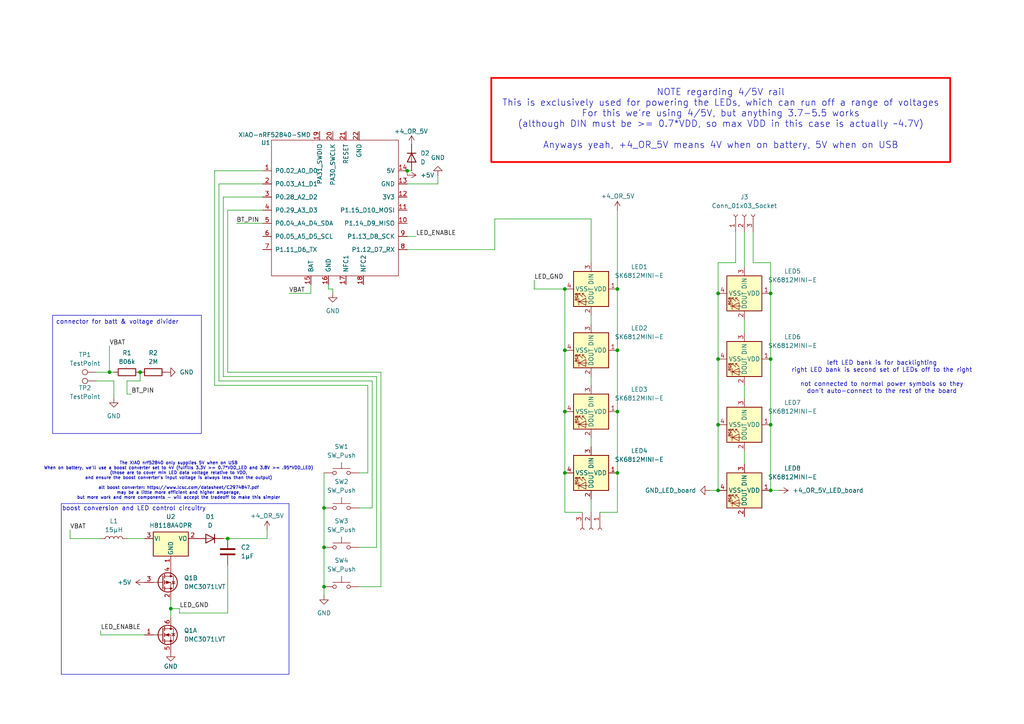
<source format=kicad_sch>
(kicad_sch (version 20250114) (generator "eeschema") (generator_version "9.0")
  (paper "A4")
  (lib_symbols
    (symbol "Connector:Conn_01x03_Socket" (pin_names (offset 1.016) (hide yes))
      (property "Reference" "J" (at 0 5.08 0))
      (property "Value" "Conn_01x03_Socket" (at 0 -5.08 0))
      (symbol "Conn_01x03_Socket_1_1"
        (polyline (pts (xy -1.27 2.54) (xy -0.508 2.54)) (stroke (width 0.1524)))
        (polyline (pts (xy -1.27 0) (xy -0.508 0)) (stroke (width 0.1524)))
        (polyline (pts (xy -1.27 -2.54) (xy -0.508 -2.54)) (stroke (width 0.1524)))
        (arc (start 0 2.032) (mid -0.5058 2.54) (end 0 3.048) (stroke (width 0.1524)))
        (arc (start 0 -0.508) (mid -0.5058 0) (end 0 0.508) (stroke (width 0.1524)))
        (arc (start 0 -3.048) (mid -0.5058 -2.54) (end 0 -2.032) (stroke (width 0.1524)))
        (pin passive line (at -5.08 2.54 0) (length 3.81) (name "Pin_1") (number "1"))
        (pin passive line (at -5.08 0 0) (length 3.81) (name "Pin_2") (number "2"))
        (pin passive line (at -5.08 -2.54 0) (length 3.81) (name "Pin_3") (number "3"))
      )
    )
    (symbol "Connector:TestPoint" (pin_numbers (hide yes)) (pin_names (offset 0.762) (hide yes))
      (property "Reference" "TP" (at 0 6.858 0))
      (property "Value" "TestPoint" (at 0 5.08 0))
      (symbol "TestPoint_0_1"
        (circle (center 0 3.302) (radius 0.762))
      )
      (symbol "TestPoint_1_1"
        (pin passive line (at 0 0 90) (length 2.54) (name "1") (number "1"))
      )
    )
    (symbol "Device:C" (pin_numbers (hide yes)) (pin_names (offset 0.254))
      (property "Reference" "C" (at 0.635 2.54 0))
      (property "Value" "C" (at 0.635 -2.54 0))
      (symbol "C_0_1"
        (polyline (pts (xy -2.032 0.762) (xy 2.032 0.762)) (stroke (width 0.508)))
        (polyline (pts (xy -2.032 -0.762) (xy 2.032 -0.762)) (stroke (width 0.508)))
      )
      (symbol "C_1_1"
        (pin passive line (at 0 3.81 270) (length 2.794) (name "~") (number "1"))
        (pin passive line (at 0 -3.81 90) (length 2.794) (name "~") (number "2"))
      )
    )
    (symbol "Device:D" (pin_numbers (hide yes)) (pin_names (offset 1.016) (hide yes))
      (property "Reference" "D" (at 0 2.54 0))
      (property "Value" "D" (at 0 -2.54 0))
      (symbol "D_0_1"
        (polyline (pts (xy -1.27 1.27) (xy -1.27 -1.27)) (stroke (width 0.254)))
        (polyline (pts (xy 1.27 1.27) (xy 1.27 -1.27) (xy -1.27 0) (xy 1.27 1.27)) (stroke (width 0.254)))
        (polyline (pts (xy 1.27 0) (xy -1.27 0)))
      )
      (symbol "D_1_1"
        (pin passive line (at -3.81 0 0) (length 2.54) (name "K") (number "1"))
        (pin passive line (at 3.81 0 180) (length 2.54) (name "A") (number "2"))
      )
    )
    (symbol "Device:L" (pin_numbers (hide yes)) (pin_names (offset 1.016) (hide yes))
      (property "Reference" "L" (at -1.27 0 90))
      (property "Value" "L" (at 1.905 0 90))
      (symbol "L_0_1"
        (arc (start 0 2.54) (mid 0.6323 1.905) (end 0 1.27))
        (arc (start 0 1.27) (mid 0.6323 0.635) (end 0 0))
        (arc (start 0 0) (mid 0.6323 -0.635) (end 0 -1.27))
        (arc (start 0 -1.27) (mid 0.6323 -1.905) (end 0 -2.54))
      )
      (symbol "L_1_1"
        (pin passive line (at 0 3.81 270) (length 1.27) (name "1") (number "1"))
        (pin passive line (at 0 -3.81 90) (length 1.27) (name "2") (number "2"))
      )
    )
    (symbol "Device:R" (pin_numbers (hide yes)) (pin_names (offset 0))
      (property "Reference" "R" (at 2.032 0 90))
      (property "Value" "R" (at 0 0 90))
      (symbol "R_0_1"
        (rectangle (start -1.016 -2.54) (end 1.016 2.54) (stroke (width 0.254)))
      )
      (symbol "R_1_1"
        (pin passive line (at 0 3.81 270) (length 1.27) (name "~") (number "1"))
        (pin passive line (at 0 -3.81 90) (length 1.27) (name "~") (number "2"))
      )
    )
    (symbol "OPL:XIAO-nRF52840-SMD" (pin_names (offset 1.016))
      (property "Reference" "U" (at -18.542 23.114 0))
      (property "Value" "XIAO-nRF52840-SMD" (at -8.636 21.336 0))
      (symbol "XIAO-nRF52840-SMD_0_1"
        (rectangle (start -19.05 20.32) (end 17.78 -19.05))
      )
      (symbol "XIAO-nRF52840-SMD_1_1"
        (pin passive line (at -21.59 11.43 0) (length 2.54) (name "P0.02_A0_D0") (number "1"))
        (pin passive line (at -21.59 7.62 0) (length 2.54) (name "P0.03_A1_D1") (number "2"))
        (pin passive line (at -21.59 3.81 0) (length 2.54) (name "P0.28_A2_D2") (number "3"))
        (pin passive line (at -21.59 0 0) (length 2.54) (name "P0.29_A3_D3") (number "4"))
        (pin passive line (at -21.59 -3.81 0) (length 2.54) (name "P0.04_A4_D4_SDA") (number "5"))
        (pin passive line (at -21.59 -7.62 0) (length 2.54) (name "P0.05_A5_D5_SCL") (number "6"))
        (pin passive line (at -21.59 -11.43 0) (length 2.54) (name "P1.11_D6_TX") (number "7"))
        (pin passive line (at -7.62 -21.59 90) (length 2.54) (name "BAT") (number "15"))
        (pin passive line (at -5.08 22.86 270) (length 2.54) (name "PA31_SWDIO") (number "19"))
        (pin passive line (at -2.54 -21.59 90) (length 2.54) (name "GND") (number "16"))
        (pin passive line (at -1.27 22.86 270) (length 2.54) (name "PA30_SWCLK") (number "20"))
        (pin passive line (at 2.54 22.86 270) (length 2.54) (name "RESET") (number "21"))
        (pin passive line (at 2.54 -21.59 90) (length 2.54) (name "NFC1") (number "17"))
        (pin passive line (at 6.35 22.86 270) (length 2.54) (name "GND") (number "22"))
        (pin passive line (at 7.62 -21.59 90) (length 2.54) (name "NFC2") (number "18"))
        (pin passive line (at 20.32 11.43 180) (length 2.54) (name "5V") (number "14"))
        (pin passive line (at 20.32 7.62 180) (length 2.54) (name "GND") (number "13"))
        (pin passive line (at 20.32 3.81 180) (length 2.54) (name "3V3") (number "12"))
        (pin passive line (at 20.32 0 180) (length 2.54) (name "P1.15_D10_MOSI") (number "11"))
        (pin passive line (at 20.32 -3.81 180) (length 2.54) (name "P1.14_D9_MISO") (number "10"))
        (pin passive line (at 20.32 -7.62 180) (length 2.54) (name "P1.13_D8_SCK") (number "9"))
        (pin passive line (at 20.32 -11.43 180) (length 2.54) (name "P1.12_D7_RX") (number "8"))
      )
    )
    (symbol "Switch:SW_Push" (pin_numbers (hide yes)) (pin_names (offset 1.016) (hide yes))
      (property "Reference" "SW" (at 1.27 2.54 0))
      (property "Value" "SW_Push" (at 0 -1.524 0))
      (symbol "SW_Push_0_1"
        (circle (center -2.032 0) (radius 0.508))
        (polyline (pts (xy 0 1.27) (xy 0 3.048)))
        (circle (center 2.032 0) (radius 0.508))
        (polyline (pts (xy 2.54 1.27) (xy -2.54 1.27)))
        (pin passive line (at -5.08 0 0) (length 2.54) (name "1") (number "1"))
        (pin passive line (at 5.08 0 180) (length 2.54) (name "2") (number "2"))
      )
    )
    (symbol "Transistor_FET:DMC3071LVT" (pin_names (hide yes))
      (property "Reference" "Q" (at 2.54 1.905 0))
      (property "Value" "DMC3071LVT" (at 2.54 0 0))
      (symbol "DMC3071LVT_0_1"
        (polyline (pts (xy -2.286 1.905) (xy -2.286 -1.905)) (stroke (width 0.254)))
        (polyline (pts (xy -2.286 0) (xy -5.08 0)))
        (polyline (pts (xy -1.778 2.286) (xy -1.778 1.27)) (stroke (width 0.254)))
        (polyline (pts (xy -1.778 0.508) (xy -1.778 -0.508)) (stroke (width 0.254)))
        (polyline (pts (xy -1.778 -1.27) (xy -1.778 -2.286)) (stroke (width 0.254)))
        (polyline (pts (xy -1.778 -1.778) (xy 0.762 -1.778) (xy 0.762 1.778) (xy -1.778 1.778)))
        (circle (center -0.889 0) (radius 2.794) (stroke (width 0.254)))
        (polyline (pts (xy 0 2.54) (xy 0 1.778)))
        (circle (center 0 1.778) (radius 0.254) (fill (type outline)))
        (circle (center 0 -1.778) (radius 0.254) (fill (type outline)))
        (polyline (pts (xy 0 -2.54) (xy 0 0) (xy -1.778 0)))
      )
      (symbol "DMC3071LVT_1_1"
        (polyline (pts (xy -1.524 0) (xy -0.508 0.381) (xy -0.508 -0.381) (xy -1.524 0)) (fill (type outline)))
        (polyline (pts (xy 0.254 0.508) (xy 0.381 0.381) (xy 1.143 0.381) (xy 1.27 0.254)))
        (polyline (pts (xy 0.762 0.381) (xy 0.381 -0.254) (xy 1.143 -0.254) (xy 0.762 0.381)))
        (pin passive line (at -7.62 0 0) (length 2.54) (name "G") (number "1"))
        (pin passive line (at 0 5.08 270) (length 2.54) (name "D") (number "6"))
        (pin passive line (at 0 -5.08 90) (length 2.54) (name "S") (number "5"))
      )
      (symbol "DMC3071LVT_2_1"
        (polyline (pts (xy -0.254 0) (xy -1.27 0.381) (xy -1.27 -0.381) (xy -0.254 0)) (fill (type outline)))
        (polyline (pts (xy 0.254 -0.508) (xy 0.381 -0.381) (xy 1.143 -0.381) (xy 1.27 -0.254)))
        (polyline (pts (xy 0.762 -0.381) (xy 0.381 0.254) (xy 1.143 0.254) (xy 0.762 -0.381)))
        (pin passive line (at -7.62 0 0) (length 2.54) (name "G") (number "3"))
        (pin passive line (at 0 5.08 270) (length 2.54) (name "D") (number "4"))
        (pin passive line (at 0 -5.08 90) (length 2.54) (name "S") (number "2"))
      )
    )
    (symbol "guilty-pad-gay:QX2303L40E" (pin_names (offset 0.254))
      (property "Reference" "U" (at -3.81 3.175 0))
      (property "Value" "QX2303L40E" (at 0 3.175 0))
      (symbol "QX2303L40E_0_1"
        (rectangle (start -5.08 1.905) (end 5.08 -5.08) (stroke (width 0.254)) (fill (type background)))
      )
      (symbol "QX2303L40E_1_1"
        (pin power_in line (at -7.62 0 0) (length 2.54) (name "VI") (number "3"))
        (pin input line (at 0 -7.62 90) (length 2.54) (name "GND") (number "1"))
        (pin power_out line (at 7.62 0 180) (length 2.54) (name "VO") (number "2"))
      )
    )
    (symbol "marbastlib-various:SK6812MINI-E"
      (property "Reference" "LED" (at 2.54 6.35 0))
      (property "Value" "SK6812MINI-E" (at 7.62 -6.35 0))
      (symbol "SK6812MINI-E_0_0"
        (text "RGB" (at 2.286 -4.191 0) (effects (font (size 0.762 0.762))))
      )
      (symbol "SK6812MINI-E_0_1"
        (polyline (pts (xy 1.27 -2.54) (xy 1.778 -2.54)))
        (polyline (pts (xy 1.27 -3.556) (xy 1.778 -3.556)))
        (polyline (pts (xy 2.286 -1.524) (xy 1.27 -2.54) (xy 1.27 -2.032)))
        (polyline (pts (xy 2.286 -2.54) (xy 1.27 -3.556) (xy 1.27 -3.048)))
        (polyline (pts (xy 3.683 -1.016) (xy 3.683 -3.556) (xy 3.683 -4.064)))
        (polyline (pts (xy 4.699 -1.524) (xy 2.667 -1.524) (xy 3.683 -3.556) (xy 4.699 -1.524)))
        (polyline (pts (xy 4.699 -3.556) (xy 2.667 -3.556)))
        (rectangle (start 5.08 5.08) (end -5.08 -5.08) (stroke (width 0.254)) (fill (type background)))
      )
      (symbol "SK6812MINI-E_1_1"
        (pin input line (at -7.62 0 0) (length 2.54) (name "DIN") (number "3"))
        (pin power_in line (at 0 7.62 270) (length 2.54) (name "VDD") (number "1"))
        (pin power_in line (at 0 -7.62 90) (length 2.54) (name "VSS") (number "4"))
        (pin output line (at 7.62 0 180) (length 2.54) (name "DOUT") (number "2"))
      )
    )
    (symbol "power:+5V" (power) (pin_numbers (hide yes)) (pin_names (offset 0) (hide yes))
      (property "Value" "+5V" (at 0 3.556 0))
      (symbol "+5V_0_1"
        (polyline (pts (xy -0.762 1.27) (xy 0 2.54)))
        (polyline (pts (xy 0 2.54) (xy 0.762 1.27)))
        (polyline (pts (xy 0 0) (xy 0 2.54)))
      )
      (symbol "+5V_1_1"
        (pin power_in line (at 0 0 90) (length 0) (name "~") (number "1"))
      )
    )
    (symbol "power:GND" (power) (pin_numbers (hide yes)) (pin_names (offset 0) (hide yes))
      (property "Value" "GND" (at 0 -3.81 0))
      (symbol "GND_0_1"
        (polyline (pts (xy 0 0) (xy 0 -1.27) (xy 1.27 -1.27) (xy 0 -2.54) (xy -1.27 -1.27) (xy 0 -1.27)))
      )
      (symbol "GND_1_1"
        (pin power_in line (at 0 0 270) (length 0) (name "~") (number "1"))
      )
    )
  )
  (rectangle (start 142.494 22.606) (end 275.59 46.99) (stroke (width 0.508) (color 255 0 0 1)))
  (rectangle (start 17.78 146.05) (end 83.82 195.58))
  (rectangle (start 15.24 91.44) (end 58.42 125.73))
  (text "left LED bank is for backlighting\nright LED bank is second set of LEDs off to the right\n\nnot connected to normal power symbols so they\ndon't auto-connect to the rest of the board" (at 255.778 109.474 0) (effects (font (size 1.27 1.27))))
  (text "NOTE regarding 4/5V rail\nThis is exclusively used for powering the LEDs, which can run off a range of voltages\nFor this we're using 4/5V, but anything 3.7-5.5 works\n(although DIN must be >= 0.7*VDD, so max VDD in this case is actually ~4.7V)\n\nAnyways yeah, +4_OR_5V means 4V when on battery, 5V when on USB" (at 209.042 34.544 0) (effects (font (size 1.905 1.905))))
  (text "boost conversion and LED control circuitry" (at 38.862 147.574 0) (effects (font (size 1.27 1.27))))
  (text "connector for batt & voltage divider" (at 34.036 93.472 0) (effects (font (size 1.27 1.27))))
  (text "The XIAO nrf52840 only supplies 5V when on USB\nWhen on battery, we'll use a boost converter set to 4V (fulfills 3.3V >= 0.7*VDD_LED and 3.8V >= .95*VDD_LED)\n(those are to cover min LED data voltage relative to VDD,\nand ensure the boost converter's input voltage is always less than the output)\n\nalt boost converter: https://www.lcsc.com/datasheet/C2974847.pdf\nmay be a little more efficient and higher amperage,\nbut more work and more components - will accept the tradeoff to make this simpler" (at 51.816 139.446 0) (effects (font (size 0.889 0.889))))
  (junction (at 118.11 49.53))
  (junction (at 179.07 83.82))
  (junction (at 49.53 176.53))
  (junction (at 223.52 104.14))
  (junction (at 223.52 85.09))
  (junction (at 31.75 107.95))
  (junction (at 93.98 170.18))
  (junction (at 223.52 142.24))
  (junction (at 208.28 85.09))
  (junction (at 163.83 101.6))
  (junction (at 163.83 137.16))
  (junction (at 93.98 158.75))
  (junction (at 179.07 101.6))
  (junction (at 163.83 83.82))
  (junction (at 208.28 142.24))
  (junction (at 208.28 104.14))
  (junction (at 208.28 123.19))
  (junction (at 93.98 147.32))
  (junction (at 40.64 107.95))
  (junction (at 223.52 123.19))
  (junction (at 179.07 119.38))
  (junction (at 163.83 119.38))
  (junction (at 179.07 137.16))
  (junction (at 66.04 156.21))
  (wire (pts (xy 215.9 67.31) (xy 215.9 77.47)))
  (wire (pts (xy 208.28 76.2) (xy 208.28 85.09)))
  (wire (pts (xy 223.52 76.2) (xy 223.52 85.09)))
  (wire (pts (xy 36.83 156.21) (xy 41.91 156.21)))
  (wire (pts (xy 106.68 137.16) (xy 104.14 137.16)))
  (wire (pts (xy 93.98 137.16) (xy 93.98 147.32)))
  (wire (pts (xy 33.02 110.49) (xy 27.94 110.49)))
  (wire (pts (xy 179.07 101.6) (xy 179.07 119.38)))
  (wire (pts (xy 208.28 123.19) (xy 208.28 142.24)))
  (wire (pts (xy 33.02 110.49) (xy 33.02 115.57)))
  (wire (pts (xy 118.11 49.53) (xy 118.11 50.8)))
  (wire (pts (xy 31.75 100.33) (xy 31.75 107.95)))
  (wire (pts (xy 208.28 104.14) (xy 208.28 123.19)))
  (wire (pts (xy 223.52 142.24) (xy 226.06 142.24)))
  (wire (pts (xy 90.17 85.09) (xy 90.17 82.55)))
  (wire (pts (xy 76.2 49.53) (xy 62.23 49.53)))
  (wire (pts (xy 64.77 57.15) (xy 76.2 57.15)))
  (wire (pts (xy 64.77 156.21) (xy 66.04 156.21)))
  (wire (pts (xy 118.11 49.53) (xy 119.38 49.53)))
  (wire (pts (xy 96.52 83.82) (xy 96.52 85.09)))
  (wire (pts (xy 93.98 158.75) (xy 93.98 170.18)))
  (wire (pts (xy 36.83 114.3) (xy 38.1 114.3)))
  (wire (pts (xy 223.52 104.14) (xy 223.52 123.19)))
  (wire (pts (xy 179.07 148.59) (xy 173.99 148.59)))
  (wire (pts (xy 215.9 92.71) (xy 215.9 96.52)))
  (wire (pts (xy 63.5 110.49) (xy 63.5 53.34)))
  (wire (pts (xy 52.07 176.53) (xy 49.53 176.53)))
  (wire (pts (xy 49.53 176.53) (xy 49.53 179.07)))
  (wire (pts (xy 33.02 107.95) (xy 31.75 107.95)))
  (wire (pts (xy 104.14 170.18) (xy 110.49 170.18)))
  (wire (pts (xy 104.14 147.32) (xy 107.95 147.32)))
  (wire (pts (xy 223.52 123.19) (xy 223.52 142.24)))
  (wire (pts (xy 109.22 109.22) (xy 64.77 109.22)))
  (wire (pts (xy 218.44 76.2) (xy 223.52 76.2)))
  (wire (pts (xy 77.47 156.21) (xy 77.47 153.67)))
  (wire (pts (xy 66.04 107.95) (xy 66.04 60.96)))
  (wire (pts (xy 171.45 111.76) (xy 171.45 109.22)))
  (wire (pts (xy 20.32 153.67) (xy 20.32 156.21)))
  (wire (pts (xy 40.64 110.49) (xy 36.83 110.49)))
  (wire (pts (xy 118.11 53.34) (xy 127 53.34)))
  (wire (pts (xy 213.36 67.31) (xy 213.36 76.2)))
  (wire (pts (xy 171.45 63.5) (xy 171.45 76.2)))
  (wire (pts (xy 29.21 182.88) (xy 29.21 184.15)))
  (wire (pts (xy 205.74 142.24) (xy 208.28 142.24)))
  (wire (pts (xy 83.82 85.09) (xy 90.17 85.09)))
  (wire (pts (xy 223.52 85.09) (xy 223.52 104.14)))
  (wire (pts (xy 106.68 111.76) (xy 106.68 137.16)))
  (wire (pts (xy 171.45 91.44) (xy 171.45 93.98)))
  (wire (pts (xy 66.04 156.21) (xy 77.47 156.21)))
  (wire (pts (xy 179.07 60.96) (xy 179.07 83.82)))
  (wire (pts (xy 163.83 119.38) (xy 163.83 137.16)))
  (wire (pts (xy 215.9 111.76) (xy 215.9 115.57)))
  (wire (pts (xy 154.94 83.82) (xy 154.94 81.28)))
  (wire (pts (xy 171.45 63.5) (xy 143.51 63.5)))
  (wire (pts (xy 109.22 158.75) (xy 109.22 109.22)))
  (wire (pts (xy 213.36 76.2) (xy 208.28 76.2)))
  (wire (pts (xy 163.83 83.82) (xy 163.83 101.6)))
  (wire (pts (xy 218.44 67.31) (xy 218.44 76.2)))
  (wire (pts (xy 29.21 184.15) (xy 41.91 184.15)))
  (wire (pts (xy 62.23 49.53) (xy 62.23 111.76)))
  (wire (pts (xy 36.83 110.49) (xy 36.83 114.3)))
  (wire (pts (xy 40.64 107.95) (xy 40.64 110.49)))
  (wire (pts (xy 95.25 82.55) (xy 95.25 83.82)))
  (wire (pts (xy 163.83 137.16) (xy 163.83 148.59)))
  (wire (pts (xy 171.45 129.54) (xy 171.45 127)))
  (wire (pts (xy 66.04 60.96) (xy 76.2 60.96)))
  (wire (pts (xy 20.32 156.21) (xy 29.21 156.21)))
  (wire (pts (xy 49.53 173.99) (xy 49.53 176.53)))
  (wire (pts (xy 110.49 170.18) (xy 110.49 107.95)))
  (wire (pts (xy 110.49 107.95) (xy 66.04 107.95)))
  (wire (pts (xy 107.95 110.49) (xy 63.5 110.49)))
  (wire (pts (xy 93.98 147.32) (xy 93.98 158.75)))
  (wire (pts (xy 118.11 68.58) (xy 120.65 68.58)))
  (wire (pts (xy 163.83 101.6) (xy 163.83 119.38)))
  (wire (pts (xy 163.83 83.82) (xy 154.94 83.82)))
  (wire (pts (xy 66.04 177.8) (xy 66.04 163.83)))
  (wire (pts (xy 143.51 63.5) (xy 143.51 72.39)))
  (wire (pts (xy 31.75 107.95) (xy 27.94 107.95)))
  (wire (pts (xy 52.07 176.53) (xy 52.07 177.8)))
  (wire (pts (xy 143.51 72.39) (xy 118.11 72.39)))
  (wire (pts (xy 215.9 130.81) (xy 215.9 134.62)))
  (wire (pts (xy 107.95 147.32) (xy 107.95 110.49)))
  (wire (pts (xy 93.98 170.18) (xy 93.98 172.72)))
  (wire (pts (xy 163.83 148.59) (xy 168.91 148.59)))
  (wire (pts (xy 64.77 109.22) (xy 64.77 57.15)))
  (wire (pts (xy 179.07 83.82) (xy 179.07 101.6)))
  (wire (pts (xy 208.28 85.09) (xy 208.28 104.14)))
  (wire (pts (xy 179.07 119.38) (xy 179.07 137.16)))
  (wire (pts (xy 171.45 144.78) (xy 171.45 148.59)))
  (wire (pts (xy 68.58 64.77) (xy 76.2 64.77)))
  (wire (pts (xy 52.07 177.8) (xy 66.04 177.8)))
  (wire (pts (xy 95.25 83.82) (xy 96.52 83.82)))
  (wire (pts (xy 104.14 158.75) (xy 109.22 158.75)))
  (wire (pts (xy 127 53.34) (xy 127 50.8)))
  (wire (pts (xy 63.5 53.34) (xy 76.2 53.34)))
  (wire (pts (xy 179.07 137.16) (xy 179.07 148.59)))
  (wire (pts (xy 62.23 111.76) (xy 106.68 111.76)))
  (label "BT_PIN" (at 38.1 114.3 0))
  (label "LED_GND" (at 154.94 81.28 0))
  (label "VBAT" (at 83.82 85.09 0))
  (label "VBAT" (at 20.32 153.67 0))
  (label "LED_ENABLE" (at 120.65 68.58 0))
  (label "LED_GND" (at 52.07 176.53 0))
  (label "LED_ENABLE" (at 29.21 182.88 0))
  (label "VBAT" (at 31.75 100.33 0))
  (label "BT_PIN" (at 68.58 64.77 0))
  (symbol (lib_id "power:GND") (at 96.52 85.09 0) (unit 1)
    (property "Reference" "#PWR06" (effects (hide yes)))
    (property "Value" "GND" (at 96.52 90.17 0))
    (property "Description" "Power symbol creates a global label with name \"GND\" , ground" (effects (hide yes)))
  )
  (symbol (lib_id "Connector:Conn_01x03_Socket") (at 171.45 153.67 270) (unit 1)
    (property "Reference" "J2" (effects (hide yes)))
    (property "Value" "Conn_01x03_Socket" (effects (hide yes)))
    (property "Footprint" "Connector_PinHeader_2.54mm:PinHeader_1x03_P2.54mm_Vertical" (effects (hide yes)))
    (property "Description" "Generic connector, single row, 01x03, script generated" (effects (hide yes)))
  )
  (symbol (lib_id "power:+5V") (at 118.11 50.8 270) (unit 1)
    (property "Reference" "#PWR011" (effects (hide yes)))
    (property "Value" "+5V" (at 121.92 50.7999 90) (effects (justify left)))
    (property "Description" "Power symbol creates a global label with name \"+5V\"" (effects (hide yes)))
  )
  (symbol (lib_id "Switch:SW_Push") (at 99.06 147.32 0) (unit 1)
    (property "Reference" "SW2" (at 99.06 139.7 0))
    (property "Value" "SW_Push" (at 99.06 142.24 0))
    (property "Footprint" "Button_Switch_Keyboard:SW_Cherry_MX_1.00u_PCB" (effects (hide yes)))
    (property "Description" "Push button switch, generic, two pins" (effects (hide yes)))
  )
  (symbol (lib_id "Connector:Conn_01x03_Socket") (at 215.9 62.23 90) (unit 1)
    (property "Reference" "J3" (at 215.9 57.15 90))
    (property "Value" "Conn_01x03_Socket" (at 215.9 59.69 90))
    (property "Footprint" "Connector_PinHeader_2.54mm:PinHeader_1x03_P2.54mm_Vertical" (effects (hide yes)))
    (property "Description" "Generic connector, single row, 01x03, script generated" (effects (hide yes)))
  )
  (symbol (lib_id "power:GND") (at 205.74 142.24 270) (unit 1)
    (property "Reference" "#PWR02" (effects (hide yes)))
    (property "Value" "GND_LED_board" (at 201.93 142.2399 90) (effects (justify right)))
    (property "Description" "Power symbol creates a global label with name \"GND\" , ground" (effects (hide yes)))
  )
  (symbol (lib_id "Device:D") (at 60.96 156.21 180) (unit 1)
    (property "Reference" "D1" (at 60.96 149.86 0))
    (property "Value" "D" (at 60.96 152.4 0))
    (property "Footprint" "Diode_SMD:D_SOD-123" (effects (hide yes)))
    (property "Description" "Diode" (effects (hide yes)))
    (property "Sim.Device" "D" (effects (hide yes)))
    (property "Sim.Pins" "1=K 2=A" (effects (hide yes)))
  )
  (symbol (lib_id "guilty-pad-gay:QX2303L40E") (at 49.53 156.21 0) (unit 1)
    (property "Reference" "U2" (at 49.53 149.86 0))
    (property "Value" "H8118A40PR" (at 49.53 152.4 0))
    (property "Footprint" "Package_TO_SOT_SMD:SOT-89-3_Handsoldering" (effects (hide yes)))
    (property "Datasheet" "https://www.lcsc.com/datasheet/C219026.pdf" (effects (hide yes)))
    (property "Description" "400mA 4V (0.7-4V) Boost Converter/Switching Regulator, SOT-89" (effects (hide yes)))
  )
  (symbol (lib_id "marbastlib-various:SK6812MINI-E") (at 171.45 101.6 270) (unit 1)
    (property "Reference" "LED2" (at 185.42 95.1798 90))
    (property "Value" "SK6812MINI-E" (at 185.42 97.7198 90))
    (property "Footprint" "marbastlib-various:LED_6028R" (effects (hide yes)))
    (property "Description" "Reverse mount adressable LED (WS2812 protocol)" (effects (hide yes)))
  )
  (symbol (lib_id "Switch:SW_Push") (at 99.06 158.75 0) (unit 1)
    (property "Reference" "SW3" (at 99.06 151.13 0))
    (property "Value" "SW_Push" (at 99.06 153.67 0))
    (property "Footprint" "Button_Switch_Keyboard:SW_Cherry_MX_1.00u_PCB" (effects (hide yes)))
    (property "Description" "Push button switch, generic, two pins" (effects (hide yes)))
  )
  (symbol (lib_id "Device:D") (at 119.38 45.72 270) (unit 1)
    (property "Reference" "D2" (at 121.92 44.4499 90) (effects (justify left)))
    (property "Value" "D" (at 121.92 46.9899 90) (effects (justify left)))
    (property "Footprint" "Diode_SMD:D_SOD-123" (effects (hide yes)))
    (property "Description" "Diode" (effects (hide yes)))
    (property "Sim.Device" "D" (effects (hide yes)))
    (property "Sim.Pins" "1=K 2=A" (effects (hide yes)))
  )
  (symbol (lib_id "marbastlib-various:SK6812MINI-E") (at 171.45 137.16 270) (unit 1)
    (property "Reference" "LED4" (at 185.42 130.7398 90))
    (property "Value" "SK6812MINI-E" (at 185.42 133.2798 90))
    (property "Footprint" "marbastlib-various:LED_6028R" (effects (hide yes)))
    (property "Description" "Reverse mount adressable LED (WS2812 protocol)" (effects (hide yes)))
  )
  (symbol (lib_id "Device:R") (at 44.45 107.95 90) (unit 1)
    (property "Reference" "R2" (at 44.45 102.362 90))
    (property "Value" "2M" (at 44.45 104.902 90))
    (property "Footprint" "Resistor_SMD:R_0402_1005Metric_Pad0.72x0.64mm_HandSolder" (effects (hide yes)))
    (property "Description" "Resistor" (effects (hide yes)))
  )
  (symbol (lib_id "marbastlib-various:SK6812MINI-E") (at 171.45 83.82 270) (unit 1)
    (property "Reference" "LED1" (at 185.42 77.3998 90))
    (property "Value" "SK6812MINI-E" (at 185.42 79.9398 90))
    (property "Footprint" "marbastlib-various:LED_6028R" (effects (hide yes)))
    (property "Description" "Reverse mount adressable LED (WS2812 protocol)" (effects (hide yes)))
  )
  (symbol (lib_id "power:+5V") (at 119.38 41.91 0) (unit 1)
    (property "Reference" "#PWR04" (effects (hide yes)))
    (property "Value" "+4_OR_5V" (at 114.3 38.1 0) (effects (justify left)))
    (property "Description" "Power symbol creates a global label with name \"+5V\"" (effects (hide yes)))
  )
  (symbol (lib_id "marbastlib-various:SK6812MINI-E") (at 215.9 142.24 270) (unit 1)
    (property "Reference" "LED8" (at 229.87 135.8198 90))
    (property "Value" "SK6812MINI-E" (at 229.87 138.3598 90))
    (property "Footprint" "marbastlib-various:LED_6028R" (effects (hide yes)))
    (property "Description" "Reverse mount adressable LED (WS2812 protocol)" (effects (hide yes)))
  )
  (symbol (lib_id "OPL:XIAO-nRF52840-SMD") (at 97.79 60.96 0) (unit 1)
    (property "Reference" "U1" (at 75.692 41.402 0) (effects (justify left)))
    (property "Value" "XIAO-nRF52840-SMD" (at 69.088 39.116 0) (effects (justify left)))
    (property "Footprint" "OPL:XIAO-nRF52840-SMD" (effects (hide yes)))
  )
  (symbol (lib_id "marbastlib-various:SK6812MINI-E") (at 215.9 123.19 270) (unit 1)
    (property "Reference" "LED7" (at 229.87 116.7698 90))
    (property "Value" "SK6812MINI-E" (at 229.87 119.3098 90))
    (property "Footprint" "marbastlib-various:LED_6028R" (effects (hide yes)))
    (property "Description" "Reverse mount adressable LED (WS2812 protocol)" (effects (hide yes)))
  )
  (symbol (lib_id "power:GND") (at 33.02 115.57 0) (unit 1)
    (property "Reference" "#PWR09" (effects (hide yes)))
    (property "Value" "GND" (at 33.02 120.65 0))
    (property "Description" "Power symbol creates a global label with name \"GND\" , ground" (effects (hide yes)))
  )
  (symbol (lib_id "power:+5V") (at 179.07 60.96 0) (unit 1)
    (property "Reference" "#PWR010" (effects (hide yes)))
    (property "Value" "+4_OR_5V" (at 174.244 56.896 0) (effects (justify left)))
    (property "Description" "Power symbol creates a global label with name \"+5V\"" (effects (hide yes)))
  )
  (symbol (lib_id "Transistor_FET:DMC3071LVT") (at 49.53 168.91 0) (unit 2)
    (property "Reference" "Q1" (at 53.34 167.6399 0) (effects (justify left)))
    (property "Value" "DMC3071LVT" (at 53.34 170.1799 0) (effects (justify left)))
    (property "Footprint" "Package_TO_SOT_SMD:TSOT-23-6_HandSoldering" (effects (hide yes)))
    (property "Datasheet" "https://www.diodes.com/assets/Datasheets/DMC3071LVT.pdf" (effects (hide yes)))
    (property "Description" "3.4A/-2.7A Id, 30V Vds, Complementary pair enhancement mode P-Channel and N-Channel MOSFET, TSOT-23-6" (effects (hide yes)))
  )
  (symbol (lib_id "Switch:SW_Push") (at 99.06 137.16 0) (unit 1)
    (property "Reference" "SW1" (at 99.06 129.54 0))
    (property "Value" "SW_Push" (at 99.06 132.08 0))
    (property "Footprint" "Button_Switch_Keyboard:SW_Cherry_MX_1.00u_PCB" (effects (hide yes)))
    (property "Description" "Push button switch, generic, two pins" (effects (hide yes)))
  )
  (symbol (lib_id "power:GND") (at 49.53 189.23 0) (unit 1)
    (property "Reference" "#PWR08" (effects (hide yes)))
    (property "Value" "GND" (at 49.53 193.294 0))
    (property "Description" "Power symbol creates a global label with name \"GND\" , ground" (effects (hide yes)))
  )
  (symbol (lib_id "power:GND") (at 127 50.8 180) (unit 1)
    (property "Reference" "#PWR05" (effects (hide yes)))
    (property "Value" "GND" (at 127 45.72 0))
    (property "Description" "Power symbol creates a global label with name \"GND\" , ground" (effects (hide yes)))
  )
  (symbol (lib_id "Connector:TestPoint") (at 27.94 110.49 90) (unit 1)
    (property "Reference" "TP2" (at 24.638 112.522 90))
    (property "Value" "TestPoint" (at 24.638 115.062 90))
    (property "Footprint" "TestPoint:TestPoint_Pad_2.0x2.0mm" (effects (hide yes)))
    (property "Description" "test point" (effects (hide yes)))
  )
  (symbol (lib_id "power:GND") (at 93.98 172.72 0) (unit 1)
    (property "Reference" "#PWR01" (effects (hide yes)))
    (property "Value" "GND" (at 93.98 177.8 0))
    (property "Description" "Power symbol creates a global label with name \"GND\" , ground" (effects (hide yes)))
  )
  (symbol (lib_id "power:+5V") (at 226.06 142.24 270) (unit 1)
    (property "Reference" "#PWR03" (effects (hide yes)))
    (property "Value" "+4_OR_5V_LED_board" (at 229.87 142.2399 90) (effects (justify left)))
    (property "Description" "Power symbol creates a global label with name \"+5V\"" (effects (hide yes)))
  )
  (symbol (lib_id "marbastlib-various:SK6812MINI-E") (at 215.9 85.09 270) (unit 1)
    (property "Reference" "LED5" (at 229.87 78.6698 90))
    (property "Value" "SK6812MINI-E" (at 229.87 81.2098 90))
    (property "Footprint" "marbastlib-various:LED_6028R" (effects (hide yes)))
    (property "Description" "Reverse mount adressable LED (WS2812 protocol)" (effects (hide yes)))
  )
  (symbol (lib_id "Connector:TestPoint") (at 27.94 107.95 90) (unit 1)
    (property "Reference" "TP1" (at 24.638 102.87 90))
    (property "Value" "TestPoint" (at 24.638 105.41 90))
    (property "Footprint" "TestPoint:TestPoint_Pad_2.0x2.0mm" (effects (hide yes)))
    (property "Description" "test point" (effects (hide yes)))
  )
  (symbol (lib_id "marbastlib-various:SK6812MINI-E") (at 215.9 104.14 270) (unit 1)
    (property "Reference" "LED6" (at 229.87 97.7198 90))
    (property "Value" "SK6812MINI-E" (at 229.87 100.2598 90))
    (property "Footprint" "marbastlib-various:LED_6028R" (effects (hide yes)))
    (property "Description" "Reverse mount adressable LED (WS2812 protocol)" (effects (hide yes)))
  )
  (symbol (lib_id "Device:C") (at 66.04 160.02 180) (unit 1)
    (property "Reference" "C2" (at 69.85 158.7499 0) (effects (justify right)))
    (property "Value" "1μF" (at 69.85 161.2899 0) (effects (justify right)))
    (property "Footprint" "Capacitor_SMD:C_0201_0603Metric_Pad0.64x0.40mm_HandSolder" (effects (hide yes)))
    (property "Description" "Unpolarized capacitor" (effects (hide yes)))
  )
  (symbol (lib_id "Transistor_FET:DMC3071LVT") (at 49.53 184.15 0) (unit 1)
    (property "Reference" "Q1" (at 53.34 182.8799 0) (effects (justify left)))
    (property "Value" "DMC3071LVT" (at 53.34 185.4199 0) (effects (justify left)))
    (property "Footprint" "Package_TO_SOT_SMD:TSOT-23-6_HandSoldering" (effects (hide yes)))
    (property "Datasheet" "https://www.diodes.com/assets/Datasheets/DMC3071LVT.pdf" (effects (hide yes)))
    (property "Description" "3.4A/-2.7A Id, 30V Vds, Complementary pair enhancement mode P-Channel and N-Channel MOSFET, TSOT-23-6" (effects (hide yes)))
  )
  (symbol (lib_id "power:+5V") (at 41.91 168.91 90) (unit 1)
    (property "Reference" "#PWR017" (effects (hide yes)))
    (property "Value" "+5V" (at 38.1 168.9099 90) (effects (justify left)))
    (property "Description" "Power symbol creates a global label with name \"+5V\"" (effects (hide yes)))
  )
  (symbol (lib_id "marbastlib-various:SK6812MINI-E") (at 171.45 119.38 270) (unit 1)
    (property "Reference" "LED3" (at 185.42 112.9598 90))
    (property "Value" "SK6812MINI-E" (at 185.42 115.4998 90))
    (property "Footprint" "marbastlib-various:LED_6028R" (effects (hide yes)))
    (property "Description" "Reverse mount adressable LED (WS2812 protocol)" (effects (hide yes)))
  )
  (symbol (lib_id "Switch:SW_Push") (at 99.06 170.18 0) (unit 1)
    (property "Reference" "SW4" (at 99.06 162.56 0))
    (property "Value" "SW_Push" (at 99.06 165.1 0))
    (property "Footprint" "Button_Switch_Keyboard:SW_Cherry_MX_1.00u_PCB" (effects (hide yes)))
    (property "Description" "Push button switch, generic, two pins" (effects (hide yes)))
  )
  (symbol (lib_id "power:GND") (at 48.26 107.95 90) (unit 1)
    (property "Reference" "#PWR07" (effects (hide yes)))
    (property "Value" "GND" (at 52.07 107.9499 90) (effects (justify right)))
    (property "Description" "Power symbol creates a global label with name \"GND\" , ground" (effects (hide yes)))
  )
  (symbol (lib_id "power:+5V") (at 77.47 153.67 0) (unit 1)
    (property "Reference" "#PWR012" (effects (hide yes)))
    (property "Value" "+4_OR_5V" (at 77.47 149.606 0))
    (property "Description" "Power symbol creates a global label with name \"+5V\"" (effects (hide yes)))
  )
  (symbol (lib_id "Device:R") (at 36.83 107.95 90) (unit 1)
    (property "Reference" "R1" (at 36.83 102.362 90))
    (property "Value" "806k" (at 36.83 104.902 90))
    (property "Footprint" "Resistor_SMD:R_0402_1005Metric_Pad0.72x0.64mm_HandSolder" (effects (hide yes)))
    (property "Description" "Resistor" (effects (hide yes)))
  )
  (symbol (lib_id "Device:L") (at 33.02 156.21 90) (unit 1)
    (property "Reference" "L1" (at 33.02 151.13 90))
    (property "Value" "15μH" (at 33.02 153.67 90))
    (property "Footprint" "Inductor_SMD_Wurth:L_Wurth_WE-LQSH-4020" (effects (hide yes)))
    (property "Description" "Inductor" (effects (hide yes)))
  )
)
</source>
